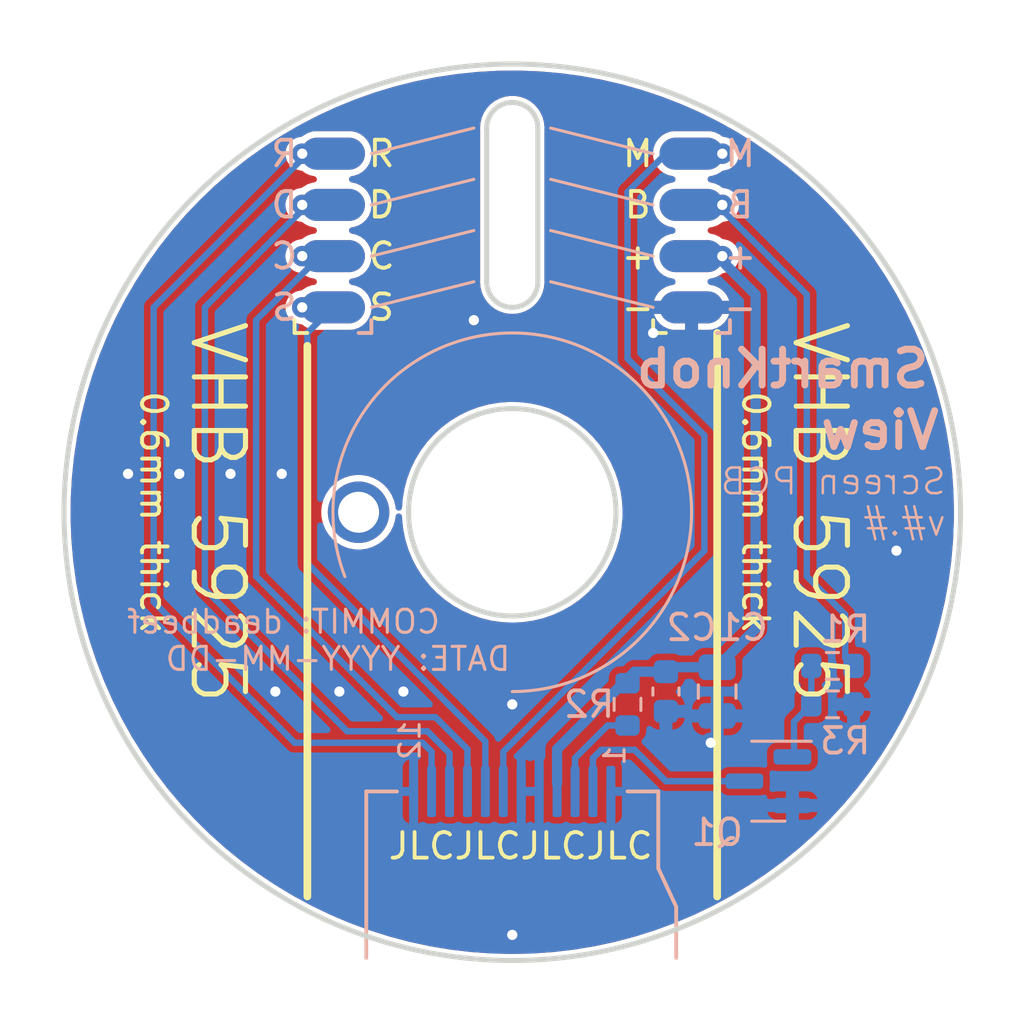
<source format=kicad_pcb>
(kicad_pcb (version 20211014) (generator pcbnew)
  (layers (0 "F.Cu" signal) (31 "B.Cu" signal) (34 "B.Paste" user) (35 "F.Paste" user) (36 "B.SilkS" user "B.Silkscreen") (37 "F.SilkS" user "F.Silkscreen") (38 "B.Mask" user) (39 "F.Mask" user) (44 "Edge.Cuts" user))
  (property "COMMIT_DATE" "YYYY-MM-DD")
  (property "COMMIT_DATE_LONG" "YYYY-MM-DD HH:MM:SS TZ")
  (property "COMMIT_HASH" "deadbeef")
  (property "RELEASE_VERSION" "v#.#")
  (net 0 "")
  (net 1 "GND")
  (net 2 "/VDD")
  (net 3 "/DC")
  (net 4 "/BACKLIGHT_EN")
  (net 5 "/nRESET")
  (net 6 "/MOSI")
  (net 7 "/SCK")
  (net 8 "/nCS")
  (net 9 "/LEDA")
  (net 10 "/LEDK")
  (net 11 "Net-(Q1-Pad1)")
  (footprint "Holes:AlignmentHole_1.6" (layer "F.Cu") (at 94 100)
    (fp_text reference "H1" hide)
    (fp_text value "AlignmentHole" hide)
    (pad "1" thru_hole circle locked (at 0 0) (size 2.4 2.4) (drill 1.6) (layers *.Cu *.Mask))
  )
  (footprint "SolderPads:SolderPads_2mm_4" (layer "F.Cu") (at 93 92 90)
    (fp_text reference "J5" hide)
    (fp_text value "Conn_01x04")
    (fp_line (start -1 -1.5) (end -1 -1) (layer "F.SilkS") (width 0.15))
    (fp_line (start -0.5 -1.5) (end -1 -1.5) (layer "F.SilkS") (width 0.15))
    (pad "1" smd oval locked (at 0 0 90) (size 1.25 2.5) (layers "F.Cu" "F.Mask") (net 8 "/nCS"))
    (pad "2" smd oval locked (at 2 0 90) (size 1.25 2.5) (layers "F.Cu" "F.Mask") (net 7 "/SCK"))
    (pad "3" smd oval locked (at 4 0 90) (size 1.25 2.5) (layers "F.Cu" "F.Mask") (net 6 "/MOSI"))
    (pad "4" smd oval locked (at 6 0 90) (size 1.25 2.5) (layers "F.Cu" "F.Mask") (net 5 "/nRESET"))
  )
  (footprint "SolderPads:SolderPads_2mm_4" (layer "F.Cu") (at 107 92 90)
    (fp_text reference "J4" hide)
    (fp_text value "Conn_01x04")
    (fp_line (start -1 -1.5) (end -1 -1) (layer "F.SilkS") (width 0.15))
    (fp_line (start -0.5 -1.5) (end -1 -1.5) (layer "F.SilkS") (width 0.15))
    (pad "1" smd oval locked (at 0 0 90) (size 1.25 2.5) (layers "F.Cu" "F.Mask") (net 1 "GND"))
    (pad "2" smd oval locked (at 2 0 90) (size 1.25 2.5) (layers "F.Cu" "F.Mask") (net 2 "/VDD"))
    (pad "3" smd oval locked (at 4 0 90) (size 1.25 2.5) (layers "F.Cu" "F.Mask") (net 4 "/BACKLIGHT_EN"))
    (pad "4" smd oval locked (at 6 0 90) (size 1.25 2.5) (layers "F.Cu" "F.Mask") (net 3 "/DC"))
  )
  (footprint "LCD_GC9A01:GC9A01Round1.28" (layer "B.Cu") (at 100 110.9 90)
    (fp_text reference "J2" hide)
    (fp_text value "GC9A01")
    (fp_text user "12" (at 2 -4 90) (layer "B.SilkS") (effects (font (size 0.8 0.8) (thickness 0.12)) (justify mirror)))
    (fp_text user "1" (at 1.4 4 90) (layer "B.SilkS") (effects (font (size 0.8 0.8) (thickness 0.12)) (justify mirror)))
    (fp_line (start -6.5 6.4) (end -4.5 6.4) (layer "B.SilkS") (width 0.15))
    (fp_line (start 0 -5.7) (end -6.5 -5.7) (layer "B.SilkS") (width 0.15))
    (fp_line (start -4.5 6.4) (end -3 5.7) (layer "B.SilkS") (width 0.15))
    (fp_line (start 0 -5.7) (end 0 -4.5) (layer "B.SilkS") (width 0.15))
    (fp_line (start 0 5.7) (end -3 5.7) (layer "B.SilkS") (width 0.15))
    (fp_line (start 0 5.7) (end 0 4.5) (layer "B.SilkS") (width 0.15))
    (pad "1" smd roundrect locked (at 0 3.85 90) (size 2 0.35) (layers "B.Cu" "B.Paste" "B.Mask") (net 1 "GND"))
    (pad "2" smd roundrect locked (at 0 3.15 90) (size 2 0.35) (layers "B.Cu" "B.Paste" "B.Mask") (net 10 "/LEDK"))
    (pad "3" smd roundrect locked (at 0 2.45 90) (size 2 0.35) (layers "B.Cu" "B.Paste" "B.Mask") (net 9 "/LEDA"))
    (pad "4" smd roundrect locked (at 0 1.75 90) (size 2 0.35) (layers "B.Cu" "B.Paste" "B.Mask") (net 2 "/VDD"))
    (pad "5" smd roundrect locked (at 0 1.05 90) (size 2 0.35) (layers "B.Cu" "B.Paste" "B.Mask") (net 1 "GND"))
    (pad "6" smd roundrect locked (at 0 0.35 90) (size 2 0.35) (layers "B.Cu" "B.Paste" "B.Mask") (net 1 "GND"))
    (pad "7" smd roundrect locked (at 0 -0.35 90) (size 2 0.35) (layers "B.Cu" "B.Paste" "B.Mask") (net 3 "/DC"))
    (pad "8" smd roundrect locked (at 0 -1.05 90) (size 2 0.35) (layers "B.Cu" "B.Paste" "B.Mask") (net 8 "/nCS"))
    (pad "9" smd roundrect locked (at 0 -1.75 90) (size 2 0.35) (layers "B.Cu" "B.Paste" "B.Mask") (net 7 "/SCK"))
    (pad "10" smd roundrect locked (at 0 -2.45 90) (size 2 0.35) (layers "B.Cu" "B.Paste" "B.Mask") (net 6 "/MOSI"))
    (pad "11" smd roundrect locked (at 0 -3.15 90) (size 2 0.35) (layers "B.Cu" "B.Paste" "B.Mask") (net 5 "/nRESET"))
    (pad "12" smd roundrect locked (at 0 -3.85 90) (size 2 0.35) (layers "B.Cu" "B.Paste" "B.Mask") (net 1 "GND"))
  )
  (footprint "Package_TO_SOT_SMD:SOT-23" (layer "B.Cu") (at 110 110.5 180)
    (fp_text reference "Q1" (at 2 -2 180) (layer "B.SilkS") (effects (justify mirror)))
    (fp_text value "2N7002")
    (fp_line (start 0 -1.56) (end -0.65 -1.56) (layer "B.SilkS") (width 0.12))
    (fp_line (start 0 -1.56) (end 0.65 -1.56) (layer "B.SilkS") (width 0.12))
    (fp_line (start 0 1.56) (end -1.675 1.56) (layer "B.SilkS") (width 0.12))
    (fp_line (start 0 1.56) (end 0.65 1.56) (layer "B.SilkS") (width 0.12))
    (pad "1" smd roundrect (at -0.9375 0.95 180) (size 1.475 0.6) (layers "B.Cu" "B.Paste" "B.Mask") (net 11 "Net-(Q1-Pad1)"))
    (pad "2" smd roundrect (at -0.9375 -0.95 180) (size 1.475 0.6) (layers "B.Cu" "B.Paste" "B.Mask") (net 1 "GND"))
    (pad "3" smd roundrect (at 0.9375 0 180) (size 1.475 0.6) (layers "B.Cu" "B.Paste" "B.Mask") (net 10 "/LEDK"))
  )
  (footprint "Resistor_SMD:R_0603_1608Metric" (layer "B.Cu") (at 112.5 106 180)
    (fp_text reference "R1" (at -0.5 1.43) (layer "B.SilkS") (effects (justify mirror)))
    (fp_text value "10k")
    (fp_line (start -0.237258 -0.5225) (end 0.237258 -0.5225) (layer "B.SilkS") (width 0.12))
    (fp_line (start -0.237258 0.5225) (end 0.237258 0.5225) (layer "B.SilkS") (width 0.12))
    (pad "1" smd roundrect (at -0.825 0 180) (size 0.8 0.95) (layers "B.Cu" "B.Paste" "B.Mask") (net 4 "/BACKLIGHT_EN"))
    (pad "2" smd roundrect (at 0.825 0 180) (size 0.8 0.95) (layers "B.Cu" "B.Paste" "B.Mask") (net 11 "Net-(Q1-Pad1)"))
  )
  (footprint "Resistor_SMD:R_0603_1608Metric" (layer "B.Cu") (at 104.5 107.5 -90)
    (fp_text reference "R2" (at 0 1.5) (layer "B.SilkS") (effects (justify mirror)))
    (fp_text value "22R")
    (fp_line (start -0.237258 -0.5225) (end 0.237258 -0.5225) (layer "B.SilkS") (width 0.12))
    (fp_line (start -0.237258 0.5225) (end 0.237258 0.5225) (layer "B.SilkS") (width 0.12))
    (pad "1" smd roundrect (at -0.825 0 270) (size 0.8 0.95) (layers "B.Cu" "B.Paste" "B.Mask") (net 2 "/VDD"))
    (pad "2" smd roundrect (at 0.825 0 270) (size 0.8 0.95) (layers "B.Cu" "B.Paste" "B.Mask") (net 9 "/LEDA"))
  )
  (footprint "Resistor_SMD:R_0603_1608Metric" (layer "B.Cu") (at 112.5 107.5)
    (fp_text reference "R3" (at 0.5 1.43) (layer "B.SilkS") (effects (justify mirror)))
    (fp_text value "1M")
    (fp_line (start -0.237258 0.5225) (end 0.237258 0.5225) (layer "B.SilkS") (width 0.12))
    (fp_line (start -0.237258 -0.5225) (end 0.237258 -0.5225) (layer "B.SilkS") (width 0.12))
    (pad "1" smd roundrect (at -0.825 0) (size 0.8 0.95) (layers "B.Cu" "B.Paste" "B.Mask") (net 11 "Net-(Q1-Pad1)"))
    (pad "2" smd roundrect (at 0.825 0) (size 0.8 0.95) (layers "B.Cu" "B.Paste" "B.Mask") (net 1 "GND"))
  )
  (footprint "Capacitor_SMD:C_0603_1608Metric" (layer "B.Cu") (at 106 107 -90)
    (fp_text reference "C2" (at -2.5 -1) (layer "B.SilkS") (effects (justify mirror)))
    (fp_text value "0.1uF")
    (fp_line (start -0.14058 -0.51) (end 0.14058 -0.51) (layer "B.SilkS") (width 0.12))
    (fp_line (start -0.14058 0.51) (end 0.14058 0.51) (layer "B.SilkS") (width 0.12))
    (pad "1" smd roundrect (at -0.775 0 270) (size 0.9 0.95) (layers "B.Cu" "B.Paste" "B.Mask") (net 2 "/VDD"))
    (pad "2" smd roundrect (at 0.775 0 270) (size 0.9 0.95) (layers "B.Cu" "B.Paste" "B.Mask") (net 1 "GND"))
  )
  (footprint "Capacitor_SMD:C_0805_2012Metric" (layer "B.Cu") (at 108 107 -90)
    (fp_text reference "C1" (at -2.5 -1) (layer "B.SilkS") (effects (justify mirror)))
    (fp_text value "22uF")
    (fp_line (start -0.261252 -0.735) (end 0.261252 -0.735) (layer "B.SilkS") (width 0.12))
    (fp_line (start -0.261252 0.735) (end 0.261252 0.735) (layer "B.SilkS") (width 0.12))
    (pad "1" smd roundrect (at -0.95 0 270) (size 1 1.45) (layers "B.Cu" "B.Paste" "B.Mask") (net 2 "/VDD"))
    (pad "2" smd roundrect (at 0.95 0 270) (size 1 1.45) (layers "B.Cu" "B.Paste" "B.Mask") (net 1 "GND"))
  )
  (footprint "SolderPads:SolderPads_2mm_4" (layer "B.Cu") (at 93 92 90)
    (fp_text reference "J3" hide)
    (fp_text value "Conn_01x04")
    (fp_line (start -0.5 1.5) (end -1 1.5) (layer "B.SilkS") (width 0.15))
    (fp_line (start -1 1.5) (end -1 1) (layer "B.SilkS") (width 0.15))
    (pad "1" smd oval locked (at 0 0 90) (size 1.25 2.5) (layers "B.Cu" "B.Mask") (net 8 "/nCS"))
    (pad "2" smd oval locked (at 2 0 90) (size 1.25 2.5) (layers "B.Cu" "B.Mask") (net 7 "/SCK"))
    (pad "3" smd oval locked (at 4 0 90) (size 1.25 2.5) (layers "B.Cu" "B.Mask") (net 6 "/MOSI"))
    (pad "4" smd oval locked (at 6 0 90) (size 1.25 2.5) (layers "B.Cu" "B.Mask") (net 5 "/nRESET"))
  )
  (footprint "SolderPads:SolderPads_2mm_4" (layer "B.Cu") (at 107 92 90)
    (fp_text reference "J1" hide)
    (fp_text value "Conn_01x04")
    (fp_line (start -0.5 1.5) (end -1 1.5) (layer "B.SilkS") (width 0.15))
    (fp_line (start -1 1.5) (end -1 1) (layer "B.SilkS") (width 0.15))
    (pad "1" smd oval locked (at 0 0 90) (size 1.25 2.5) (layers "B.Cu" "B.Mask") (net 1 "GND"))
    (pad "2" smd oval locked (at 2 0 90) (size 1.25 2.5) (layers "B.Cu" "B.Mask") (net 2 "/VDD"))
    (pad "3" smd oval locked (at 4 0 90) (size 1.25 2.5) (layers "B.Cu" "B.Mask") (net 4 "/BACKLIGHT_EN"))
    (pad "4" smd oval locked (at 6 0 90) (size 1.25 2.5) (layers "B.Cu" "B.Mask") (net 3 "/DC"))
  )
  (gr_arc (start 93.466581 102.512854) (mid 103.962955 94.229819) (end 100 107) (layer "B.SilkS") (width 0.12))
  (gr_line (start 98.5 85) (end 94.5 86) (layer "B.SilkS") (width 0.12))
  (gr_line (start 98.5 91) (end 94.5 92) (layer "B.SilkS") (width 0.12))
  (gr_line (start 101.5 85) (end 105.5 86) (layer "B.SilkS") (width 0.12))
  (gr_line (start 101.5 91) (end 105.5 92) (layer "B.SilkS") (width 0.12))
  (gr_line (start 101.5 89) (end 105.5 90) (layer "B.SilkS") (width 0.12))
  (gr_line (start 101.5 87) (end 105.5 88) (layer "B.SilkS") (width 0.12))
  (gr_line (start 98.5 87) (end 94.5 88) (layer "B.SilkS") (width 0.12))
  (gr_line (start 98.5 89) (end 94.5 90) (layer "B.SilkS") (width 0.12))
  (gr_line (start 92 93.5) (end 92 115) (layer "F.SilkS") (width 0.3))
  (gr_line (start 108 93) (end 108 115) (layer "F.SilkS") (width 0.3))
  (gr_arc (start 101 91) (mid 100 92) (end 99 91) (layer "Edge.Cuts") (width 0.2))
  (gr_line (start 99 85) (end 99 91) (layer "Edge.Cuts") (width 0.2))
  (gr_line (start 101 91) (end 101 85) (layer "Edge.Cuts") (width 0.2))
  (gr_arc (start 99 85) (mid 100 84) (end 101 85) (layer "Edge.Cuts") (width 0.2))
  (gr_circle (center 100 100) (end 117.5 100) (layer "Edge.Cuts") (width 0.2) (fill none))
  (gr_circle (center 100 100) (end 104.05 100) (layer "Edge.Cuts") (width 0.2) (fill none))
  (gr_text "    COMMIT: ${COMMIT_HASH}\nDATE: ${COMMIT_DATE}\n" (at 100 105) (layer "B.SilkS") (effects (font (size 0.9 0.9) (thickness 0.12)) (justify left mirror)))
  (gr_text "SmartKnob" (at 116.4 94.4) (layer "B.SilkS") (effects (font (size 1.4 1.4) (thickness 0.27)) (justify left mirror)))
  (gr_text "View" (at 116.8 96.8) (layer "B.SilkS") (effects (font (size 1.4 1.4) (thickness 0.27)) (justify left mirror)))
  (gr_text "R" (at 91.1 86) (layer "B.SilkS") (effects (font (size 1 1)) (justify mirror)))
  (gr_text "M" (at 108.9 86) (layer "B.SilkS") (effects (font (size 1 1)) (justify mirror)))
  (gr_text "S" (at 91.1 92) (layer "B.SilkS") (effects (font (size 1 1)) (justify mirror)))
  (gr_text "-" (at 108.9 92) (layer "B.SilkS") (effects (font (size 1 1)) (justify mirror)))
  (gr_text "D" (at 91.1 88) (layer "B.SilkS") (effects (font (size 1 1)) (justify mirror)))
  (gr_text "+" (at 108.9 90) (layer "B.SilkS") (effects (font (size 1 1)) (justify mirror)))
  (gr_text "Screen PCB\n${RELEASE_VERSION}" (at 117 99.6) (layer "B.SilkS") (effects (font (size 1 1) (thickness 0.1)) (justify left mirror)))
  (gr_text "C" (at 91.1 90) (layer "B.SilkS") (effects (font (size 1 1)) (justify mirror)))
  (gr_text "B" (at 108.9 88) (layer "B.SilkS") (effects (font (size 1 1)) (justify mirror)))
  (gr_text "0.6mm thick" (at 86 100 -90) (layer "F.SilkS") (effects (font (size 1 1))))
  (gr_text "VHB 5925" (at 88.5 100 -90) (layer "F.SilkS") (effects (font (size 2 2) (thickness 0.2))))
  (gr_text "D" (at 94.9 88) (layer "F.SilkS") (effects (font (size 1 1))))
  (gr_text "C" (at 94.9 90) (layer "F.SilkS") (effects (font (size 1 1))))
  (gr_text "S" (at 94.9 92) (layer "F.SilkS") (effects (font (size 1 1))))
  (gr_text "R" (at 94.9 86) (layer "F.SilkS") (effects (font (size 1 1))))
  (gr_text "-" (at 104.9 92) (layer "F.SilkS") (effects (font (size 1 1))))
  (gr_text "+" (at 104.9 90) (layer "F.SilkS") (effects (font (size 1 1))))
  (gr_text "M" (at 104.9 86) (layer "F.SilkS") (effects (font (size 1 1))))
  (gr_text "B" (at 104.9 88) (layer "F.SilkS") (effects (font (size 1 1))))
  (gr_text "JLCJLCJLCJLC" (at 100.33 113.03) (layer "F.SilkS") (effects (font (size 1 1))))
  (gr_text "0.6mm thick" (at 109.5 100 -90) (layer "F.SilkS") (effects (font (size 1 1))))
  (gr_text "VHB 5925" (at 112 100 -90) (layer "F.SilkS") (effects (font (size 2 2) (thickness 0.2))))
  (via (at 93.25 107) (size 0.8) (drill 0.4) (layers "F.Cu" "B.Cu") (net 1))
  (via (at 85 98.5) (size 0.8) (drill 0.4) (layers "F.Cu" "B.Cu") (net 1))
  (via (at 107.75 109) (size 0.8) (drill 0.4) (layers "F.Cu" "B.Cu") (net 1))
  (via (at 105.5 93) (size 0.8) (drill 0.4) (layers "F.Cu" "B.Cu") (net 1))
  (via (at 91 98.5) (size 0.8) (drill 0.4) (layers "F.Cu" "B.Cu") (net 1))
  (via (at 115 101.5) (size 0.8) (drill 0.4) (layers "F.Cu" "B.Cu") (net 1))
  (via (at 100 116.5) (size 0.8) (drill 0.4) (layers "F.Cu" "B.Cu") (net 1))
  (via (at 89 98.5) (size 0.8) (drill 0.4) (layers "F.Cu" "B.Cu") (net 1))
  (via (at 95.75 107) (size 0.8) (drill 0.4) (layers "F.Cu" "B.Cu") (net 1))
  (via (at 87 98.5) (size 0.8) (drill 0.4) (layers "F.Cu" "B.Cu") (net 1))
  (via (at 90.75 107) (size 0.8) (drill 0.4) (layers "F.Cu" "B.Cu") (net 1))
  (via (at 100 107.5) (size 0.8) (drill 0.4) (layers "F.Cu" "B.Cu") (net 1))
  (via (at 98.5 92.5) (size 0.8) (drill 0.4) (layers "F.Cu" "B.Cu") (net 1))
  (via (at 108.2 90) (size 0.8) (drill 0.4) (layers "F.Cu" "B.Cu") (net 2))
  (segment (start 101.75 109.25) (end 101.75 110.6) (width 0.4) (layer "B.Cu") (net 2))
  (segment (start 108 90) (end 109.5 91.5) (width 0.4) (layer "B.Cu") (net 2))
  (segment (start 109.5 104.55) (end 108 106.05) (width 0.4) (layer "B.Cu") (net 2))
  (segment (start 109.5 91.5) (end 109.5 104.55) (width 0.4) (layer "B.Cu") (net 2))
  (segment (start 106 106.225) (end 104.775 106.225) (width 0.4) (layer "B.Cu") (net 2))
  (segment (start 106.175 106.05) (end 106 106.225) (width 0.25) (layer "B.Cu") (net 2))
  (segment (start 108 106.05) (end 106.175 106.05) (width 0.4) (layer "B.Cu") (net 2))
  (segment (start 104.775 106.225) (end 101.75 109.25) (width 0.4) (layer "B.Cu") (net 2))
  (segment (start 108 90) (end 107 90) (width 0.4) (layer "B.Cu") (net 2))
  (via (at 108.2 86) (size 0.8) (drill 0.4) (layers "F.Cu" "B.Cu") (net 3))
  (segment (start 107.5 101.5) (end 107.5 97) (width 0.25) (layer "B.Cu") (net 3))
  (segment (start 99.65 110.6) (end 99.65 109.35) (width 0.25) (layer "B.Cu") (net 3))
  (segment (start 104.5 87.5) (end 106 86) (width 0.25) (layer "B.Cu") (net 3))
  (segment (start 106 86) (end 107 86) (width 0.25) (layer "B.Cu") (net 3))
  (segment (start 104.5 94) (end 104.5 87.5) (width 0.25) (layer "B.Cu") (net 3))
  (segment (start 99.65 109.35) (end 107.5 101.5) (width 0.25) (layer "B.Cu") (net 3))
  (segment (start 107.5 97) (end 104.5 94) (width 0.25) (layer "B.Cu") (net 3))
  (via (at 108.2 88) (size 0.8) (drill 0.4) (layers "F.Cu" "B.Cu") (net 4))
  (segment (start 113 105.675) (end 113.325 106) (width 0.25) (layer "B.Cu") (net 4))
  (segment (start 113 104) (end 113 105.675) (width 0.25) (layer "B.Cu") (net 4))
  (segment (start 111.5 102.5) (end 113 104) (width 0.25) (layer "B.Cu") (net 4))
  (segment (start 107 88) (end 108 88) (width 0.25) (layer "B.Cu") (net 4))
  (segment (start 111.5 91.5) (end 111.5 102.5) (width 0.25) (layer "B.Cu") (net 4))
  (segment (start 108 88) (end 111.5 91.5) (width 0.25) (layer "B.Cu") (net 4))
  (via (at 91.8 86) (size 0.8) (drill 0.4) (layers "F.Cu" "B.Cu") (net 5))
  (segment (start 96.5 109) (end 91.5 109) (width 0.25) (layer "B.Cu") (net 5))
  (segment (start 96.85 109.35) (end 96.5 109) (width 0.25) (layer "B.Cu") (net 5))
  (segment (start 96.85 110.6) (end 96.85 109.35) (width 0.25) (layer "B.Cu") (net 5))
  (segment (start 91.5 109) (end 86 103.5) (width 0.25) (layer "B.Cu") (net 5))
  (segment (start 86 103.5) (end 86 92) (width 0.25) (layer "B.Cu") (net 5))
  (segment (start 86 92) (end 92 86) (width 0.25) (layer "B.Cu") (net 5))
  (segment (start 92 86) (end 93 86) (width 0.25) (layer "B.Cu") (net 5))
  (via (at 91.8 88) (size 0.8) (drill 0.4) (layers "F.Cu" "B.Cu") (net 6))
  (segment (start 88 103) (end 93.549991 108.549991) (width 0.25) (layer "B.Cu") (net 6))
  (segment (start 93.549991 108.549991) (end 96.686401 108.549991) (width 0.25) (layer "B.Cu") (net 6))
  (segment (start 92 88) (end 88 92) (width 0.25) (layer "B.Cu") (net 6))
  (segment (start 88 92) (end 88 103) (width 0.25) (layer "B.Cu") (net 6))
  (segment (start 96.686401 108.549991) (end 97.55 109.413589) (width 0.25) (layer "B.Cu") (net 6))
  (segment (start 93 88) (end 92 88) (width 0.25) (layer "B.Cu") (net 6))
  (segment (start 97.55 109.413589) (end 97.55 110.6) (width 0.25) (layer "B.Cu") (net 6))
  (via (at 91.8 90) (size 0.8) (drill 0.4) (layers "F.Cu" "B.Cu") (net 7))
  (segment (start 92.5 90) (end 93 90) (width 0.25) (layer "B.Cu") (net 7))
  (segment (start 98.25 110.6) (end 98.25 109.25) (width 0.25) (layer "B.Cu") (net 7))
  (segment (start 95.5 108) (end 90 102.5) (width 0.25) (layer "B.Cu") (net 7))
  (segment (start 97 108) (end 95.5 108) (width 0.25) (layer "B.Cu") (net 7))
  (segment (start 98.25 109.25) (end 97 108) (width 0.25) (layer "B.Cu") (net 7))
  (segment (start 90 102.5) (end 90 92.5) (width 0.25) (layer "B.Cu") (net 7))
  (segment (start 90 92.5) (end 92.5 90) (width 0.25) (layer "B.Cu") (net 7))
  (via (at 91.8 92) (size 0.8) (drill 0.4) (layers "F.Cu" "B.Cu") (net 8))
  (segment (start 92 93) (end 93 92) (width 0.25) (layer "B.Cu") (net 8))
  (segment (start 92 102) (end 92 93) (width 0.25) (layer "B.Cu") (net 8))
  (segment (start 98.95 110.6) (end 98.95 108.95) (width 0.25) (layer "B.Cu") (net 8))
  (segment (start 98.95 108.95) (end 92 102) (width 0.25) (layer "B.Cu") (net 8))
  (segment (start 103.725 108.325) (end 104.5 108.325) (width 0.25) (layer "B.Cu") (net 9))
  (segment (start 102.45 109.6) (end 103.725 108.325) (width 0.25) (layer "B.Cu") (net 9))
  (segment (start 102.45 110.6) (end 102.45 109.6) (width 0.25) (layer "B.Cu") (net 9))
  (segment (start 103.15 109.6) (end 103.47501 109.27499) (width 0.25) (layer "B.Cu") (net 10))
  (segment (start 104.77499 109.27499) (end 106 110.5) (width 0.25) (layer "B.Cu") (net 10))
  (segment (start 103.47501 109.27499) (end 104.77499 109.27499) (width 0.25) (layer "B.Cu") (net 10))
  (segment (start 103.15 110.6) (end 103.15 109.6) (width 0.25) (layer "B.Cu") (net 10))
  (segment (start 106 110.5) (end 109 110.5) (width 0.25) (layer "B.Cu") (net 10))
  (segment (start 111 108.175) (end 111.675 107.5) (width 0.25) (layer "B.Cu") (net 11))
  (segment (start 111.675 106) (end 111.675 107.5) (width 0.25) (layer "B.Cu") (net 11))
  (segment (start 111 109.55) (end 111 108.175) (width 0.25) (layer "B.Cu") (net 11))
  (zone (net 1) (net_name "GND") (layer "F.Cu") (connect_pads (clearance 0.254)) (min_thickness 0.254) (fill yes (thermal_gap 0.254) (thermal_bridge_width 0.508))
    (polygon (pts (xy 120 120) (xy 80 120) (xy 80 80) (xy 120 80)))
  )
  (zone (net 1) (net_name "GND") (layer "B.Cu") (connect_pads (clearance 0.254)) (min_thickness 0.254) (fill yes (thermal_gap 0.254) (thermal_bridge_width 0.508))
    (polygon (pts (xy 120 120) (xy 80 120) (xy 80 80) (xy 120 80)))
  )
)
</source>
